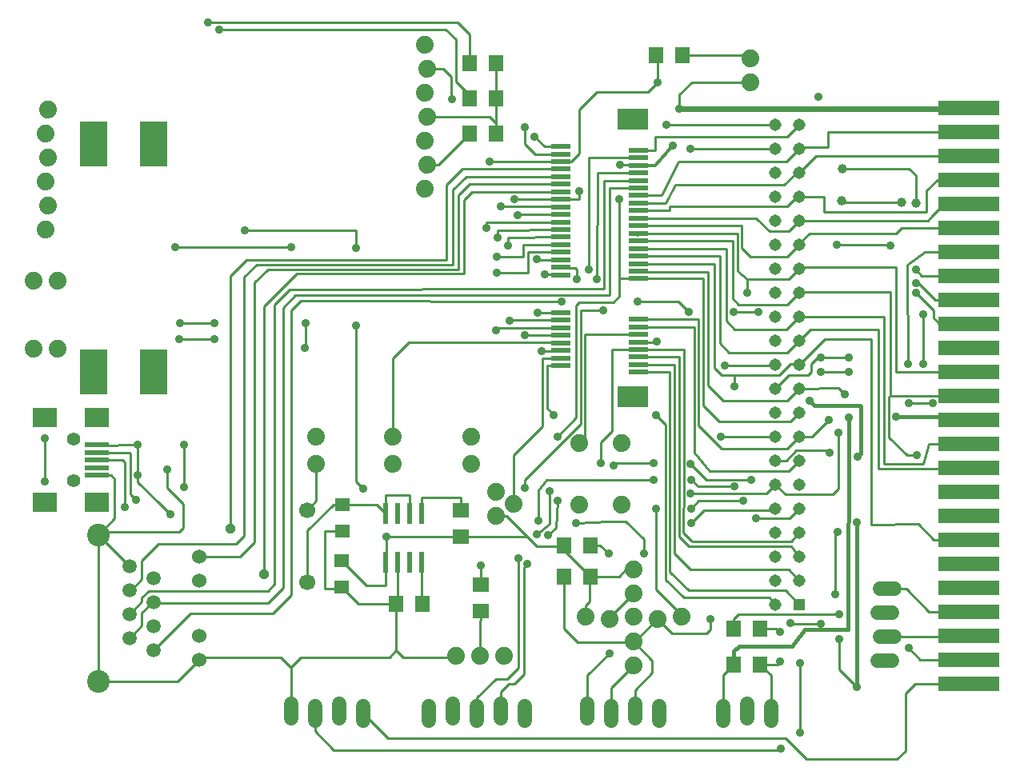
<source format=gtl>
G75*
G70*
%OFA0B0*%
%FSLAX24Y24*%
%IPPOS*%
%LPD*%
%AMOC8*
5,1,8,0,0,1.08239X$1,22.5*
%
%ADD10C,0.0740*%
%ADD11R,0.0630X0.0709*%
%ADD12C,0.0600*%
%ADD13R,0.0984X0.0197*%
%ADD14R,0.0984X0.0787*%
%ADD15C,0.0554*%
%ADD16R,0.1260X0.0906*%
%ADD17R,0.0787X0.0236*%
%ADD18R,0.1181X0.1890*%
%ADD19R,0.2550X0.0600*%
%ADD20C,0.0945*%
%ADD21C,0.0591*%
%ADD22C,0.0600*%
%ADD23R,0.0236X0.0866*%
%ADD24R,0.0630X0.0551*%
%ADD25R,0.0709X0.0630*%
%ADD26C,0.0669*%
%ADD27R,0.0515X0.0515*%
%ADD28C,0.0515*%
%ADD29C,0.0100*%
%ADD30C,0.0357*%
%ADD31C,0.0160*%
%ADD32C,0.0120*%
%ADD33C,0.0240*%
%ADD34C,0.0396*%
%ADD35OC8,0.0396*%
D10*
X014641Y012955D03*
X014641Y014095D03*
X017844Y014095D03*
X017844Y012955D03*
X021111Y012955D03*
X021111Y014095D03*
X022118Y011778D03*
X022868Y011278D03*
X022118Y010778D03*
X025594Y011245D03*
X027374Y011245D03*
X027374Y013805D03*
X025594Y013805D03*
X027863Y008542D03*
X027863Y007542D03*
X027863Y006592D03*
X028863Y006492D03*
X029863Y006592D03*
X027863Y005542D03*
X027863Y004542D03*
X026863Y006492D03*
X025863Y006592D03*
X022484Y004946D03*
X021484Y004946D03*
X020484Y004946D03*
X003854Y017764D03*
X002854Y017764D03*
X002854Y020592D03*
X003854Y020592D03*
X003354Y022704D03*
X003454Y023704D03*
X003354Y024704D03*
X003454Y025704D03*
X003354Y026704D03*
X003454Y027704D03*
X019162Y028410D03*
X019262Y027410D03*
X019162Y026410D03*
X019262Y025410D03*
X019162Y024410D03*
X019262Y029410D03*
X019162Y030410D03*
X032723Y029860D03*
X032723Y028860D03*
D11*
X029912Y029978D03*
X028810Y029978D03*
X022140Y029652D03*
X021038Y029652D03*
X021038Y028192D03*
X022140Y028192D03*
X022145Y026730D03*
X021042Y026730D03*
X024956Y009565D03*
X026058Y009565D03*
X026058Y008257D03*
X024956Y008257D03*
X019083Y007103D03*
X017980Y007103D03*
X032048Y006099D03*
X033151Y006099D03*
X033150Y004598D03*
X032047Y004598D03*
D12*
X032594Y002956D02*
X032594Y002356D01*
X031594Y002256D02*
X031594Y002856D01*
X033594Y002856D02*
X033594Y002256D01*
X028939Y002256D02*
X028939Y002856D01*
X027939Y002956D02*
X027939Y002356D01*
X026939Y002256D02*
X026939Y002856D01*
X025939Y002956D02*
X025939Y002356D01*
X023344Y002256D02*
X023344Y002856D01*
X022344Y002956D02*
X022344Y002356D01*
X021344Y002256D02*
X021344Y002856D01*
X020344Y002956D02*
X020344Y002356D01*
X019344Y002256D02*
X019344Y002856D01*
X016594Y002856D02*
X016594Y002256D01*
X015594Y002356D02*
X015594Y002956D01*
X014594Y002856D02*
X014594Y002256D01*
X013594Y002356D02*
X013594Y002956D01*
X038024Y004756D02*
X038624Y004756D01*
X038724Y005756D02*
X038124Y005756D01*
X038024Y006756D02*
X038624Y006756D01*
X038724Y007756D02*
X038124Y007756D01*
D13*
X005515Y012477D03*
X005515Y012792D03*
X005515Y013107D03*
X005515Y013422D03*
X005515Y013737D03*
D14*
X005515Y014879D03*
X003350Y014879D03*
X003350Y011336D03*
X005515Y011336D03*
D15*
X004531Y012241D03*
X004531Y013974D03*
D16*
X027840Y015748D03*
X027840Y027303D03*
D17*
X028076Y026024D03*
X028076Y025709D03*
X028076Y025394D03*
X028076Y025079D03*
X028076Y024764D03*
X028076Y024449D03*
X028076Y024134D03*
X028076Y023819D03*
X028076Y023504D03*
X028076Y023189D03*
X028076Y022874D03*
X028076Y022559D03*
X028076Y022244D03*
X028076Y021929D03*
X028076Y021614D03*
X028076Y021299D03*
X028076Y020984D03*
X028076Y020669D03*
X028076Y018976D03*
X028076Y018661D03*
X028076Y018346D03*
X028076Y018031D03*
X028076Y017716D03*
X028076Y017401D03*
X028076Y017087D03*
X028076Y016772D03*
X024848Y017047D03*
X024848Y017362D03*
X024848Y017677D03*
X024848Y017992D03*
X024848Y018307D03*
X024848Y018622D03*
X024848Y018937D03*
X024848Y019252D03*
X024848Y020827D03*
X024848Y021142D03*
X024848Y021457D03*
X024848Y021772D03*
X024848Y022087D03*
X024848Y022401D03*
X024848Y022716D03*
X024848Y023031D03*
X024848Y023346D03*
X024848Y023661D03*
X024848Y023976D03*
X024848Y024291D03*
X024848Y024606D03*
X024848Y024921D03*
X024848Y025236D03*
X024848Y025551D03*
X024848Y025866D03*
X024848Y026181D03*
D18*
X007859Y026299D03*
X005379Y026299D03*
X005379Y016772D03*
X007859Y016772D03*
D19*
X041844Y016796D03*
X041844Y015796D03*
X041844Y014796D03*
X041844Y013796D03*
X041844Y012796D03*
X041844Y011796D03*
X041844Y010796D03*
X041844Y009796D03*
X041844Y008796D03*
X041844Y007796D03*
X041844Y006796D03*
X041844Y005796D03*
X041844Y004796D03*
X041844Y003796D03*
X041844Y017796D03*
X041844Y018796D03*
X041844Y019796D03*
X041844Y020796D03*
X041844Y021796D03*
X041844Y022796D03*
X041844Y023796D03*
X041844Y024796D03*
X041844Y025796D03*
X041844Y026796D03*
X041844Y027796D03*
D20*
X005564Y003896D03*
X005564Y009996D03*
D21*
X006864Y008696D03*
X007864Y008196D03*
X006864Y007696D03*
X007864Y007196D03*
X006864Y006696D03*
X007864Y006196D03*
X006864Y005696D03*
X007864Y005196D03*
D22*
X009764Y004796D03*
X009764Y005796D03*
X009764Y008096D03*
X009764Y009096D03*
D23*
X017542Y008835D03*
X018042Y008835D03*
X018542Y008835D03*
X019042Y008835D03*
X019042Y010882D03*
X018542Y010882D03*
X018042Y010882D03*
X017542Y010882D03*
D24*
X015739Y011260D03*
X015739Y010158D03*
X015685Y008929D03*
X015685Y007826D03*
D25*
X020652Y009925D03*
X020652Y011028D03*
X021486Y007913D03*
X021486Y006811D03*
D26*
X014266Y008027D03*
X014266Y011027D03*
D27*
X034784Y007096D03*
D28*
X033784Y007096D03*
X033784Y008096D03*
X034784Y008096D03*
X034784Y009096D03*
X033784Y009096D03*
X033784Y010096D03*
X034784Y010096D03*
X034784Y011096D03*
X033784Y011096D03*
X033784Y012096D03*
X034784Y012096D03*
X034784Y013096D03*
X033784Y013096D03*
X033784Y014096D03*
X034784Y014096D03*
X034784Y015096D03*
X033784Y015096D03*
X033784Y016096D03*
X034784Y016096D03*
X034784Y017096D03*
X033784Y017096D03*
X033784Y018096D03*
X034784Y018096D03*
X034784Y019096D03*
X033784Y019096D03*
X033784Y020096D03*
X034784Y020096D03*
X034784Y021096D03*
X033784Y021096D03*
X033784Y022096D03*
X034784Y022096D03*
X034784Y023096D03*
X033784Y023096D03*
X033784Y024096D03*
X034784Y024096D03*
X034784Y025096D03*
X033784Y025096D03*
X033784Y026096D03*
X034784Y026096D03*
X034784Y027096D03*
X033784Y027096D03*
D29*
X029244Y027096D01*
X028784Y026576D02*
X034264Y026576D01*
X034784Y027096D01*
X034831Y026143D02*
X034784Y026096D01*
X034241Y025553D01*
X034241Y025536D01*
X029724Y025536D01*
X029024Y024134D01*
X028076Y024134D01*
X028076Y024449D02*
X026884Y024449D01*
X026884Y019996D01*
X013774Y019996D01*
X013774Y019976D01*
X013254Y019456D01*
X013254Y007796D01*
X012624Y007166D01*
X007894Y007166D01*
X007864Y007196D01*
X007824Y007196D01*
X007374Y006746D01*
X007374Y006206D01*
X006864Y005696D01*
X007864Y005196D02*
X009394Y006726D01*
X012847Y006726D01*
X013588Y007467D01*
X013588Y008296D01*
X013590Y008299D01*
X013590Y019338D01*
X014006Y019754D01*
X024866Y019700D01*
X024848Y019252D02*
X023864Y019252D01*
X023864Y019236D01*
X024848Y018937D02*
X022715Y018937D01*
X022704Y018926D01*
X022247Y018622D02*
X022142Y018518D01*
X022247Y018622D02*
X024848Y018622D01*
X024848Y018307D02*
X023341Y018307D01*
X023324Y018324D01*
X024024Y017666D02*
X024837Y017666D01*
X024848Y017677D01*
X024848Y017362D02*
X024064Y017362D01*
X024064Y014516D01*
X022868Y013320D01*
X022868Y011278D01*
X022583Y010778D02*
X022118Y010778D01*
X022583Y010778D02*
X023435Y009925D01*
X020864Y009925D01*
X020864Y009926D01*
X017561Y009926D01*
X017565Y009929D02*
X017565Y008858D01*
X017542Y008835D01*
X017542Y007898D01*
X017551Y007889D01*
X016725Y007889D01*
X015685Y008929D01*
X015685Y007826D02*
X015613Y007754D01*
X015012Y007754D01*
X014999Y007767D01*
X014999Y010159D01*
X015000Y010158D01*
X015739Y010158D01*
X015776Y010121D01*
X015358Y011260D02*
X014283Y010186D01*
X014283Y008043D01*
X014266Y008027D01*
X012904Y007936D02*
X012624Y007656D01*
X007654Y007656D01*
X007374Y007376D01*
X007374Y007206D01*
X006864Y006696D01*
X006864Y007696D02*
X006924Y007696D01*
X007374Y008146D01*
X007374Y008916D01*
X008074Y009616D01*
X011294Y009616D01*
X011644Y009966D01*
X011644Y020746D01*
X012164Y021266D01*
X020349Y021266D01*
X020349Y024376D01*
X020894Y024921D01*
X024848Y024921D01*
X024848Y024606D02*
X021029Y024606D01*
X020579Y024156D01*
X020579Y021066D01*
X012624Y021066D01*
X012064Y020506D01*
X012064Y009686D01*
X011474Y009096D01*
X009764Y009096D01*
X008951Y010110D02*
X005678Y010110D01*
X005564Y009996D01*
X006250Y010682D01*
X006250Y012322D01*
X006095Y012477D01*
X005515Y012477D01*
X005515Y013107D02*
X006574Y013107D01*
X006668Y013013D01*
X006668Y011160D01*
X006658Y011150D01*
X007146Y011454D02*
X006906Y011694D01*
X006906Y013394D01*
X006860Y013420D01*
X005515Y013422D01*
X005520Y013732D02*
X007211Y013750D01*
X007211Y012479D01*
X007211Y012198D01*
X008133Y011275D01*
X008552Y010850D01*
X009111Y011282D02*
X009111Y010269D01*
X008951Y010110D01*
X009111Y011282D02*
X008436Y011957D01*
X008436Y012731D01*
X009148Y011987D02*
X009148Y013756D01*
X005520Y013732D02*
X005515Y013737D01*
X003335Y014029D02*
X003335Y012219D01*
X005564Y009996D02*
X006864Y008696D01*
X005564Y009996D02*
X005564Y003896D01*
X008864Y003896D01*
X009764Y004796D01*
X009848Y004880D01*
X013176Y004880D01*
X013571Y004484D01*
X013594Y004484D01*
X013594Y002656D01*
X013594Y002656D01*
X014594Y002556D02*
X014594Y001801D01*
X015366Y001030D01*
X033964Y001030D01*
X034012Y001078D01*
X034210Y001513D02*
X035082Y000640D01*
X038850Y000640D01*
X039200Y000991D01*
X039200Y003385D01*
X039611Y003796D01*
X041844Y003796D01*
X041844Y004796D02*
X039802Y004796D01*
X039325Y005273D01*
X038424Y005756D02*
X041804Y005756D01*
X041844Y005796D01*
X041844Y006796D02*
X040184Y006796D01*
X039224Y007756D01*
X038424Y007756D01*
X036276Y007507D02*
X036276Y010027D01*
X036380Y010132D01*
X037764Y010416D02*
X039744Y010436D01*
X040384Y009796D01*
X041844Y009796D01*
X041844Y012756D02*
X038064Y012756D01*
X038064Y018536D01*
X035224Y018536D01*
X034784Y018096D01*
X034284Y017596D01*
X031844Y017596D01*
X031464Y017976D01*
X031464Y021614D01*
X028076Y021614D01*
X028089Y021916D02*
X031724Y021916D01*
X031724Y018916D01*
X032084Y018556D01*
X034244Y018556D01*
X034784Y019096D01*
X034784Y019091D01*
X038304Y019091D01*
X038299Y012950D01*
X039951Y012944D01*
X040176Y013797D01*
X041844Y013796D01*
X041844Y012796D02*
X041844Y012756D01*
X039657Y013316D02*
X039261Y013316D01*
X038516Y014060D01*
X038516Y015748D01*
X038564Y015796D01*
X041844Y015796D01*
X041844Y016796D02*
X038804Y016796D01*
X038804Y021146D01*
X034784Y021146D01*
X034784Y021096D01*
X034324Y020636D01*
X032612Y020636D01*
X032611Y020076D01*
X032244Y019596D02*
X034284Y019596D01*
X034784Y020096D01*
X034784Y020118D01*
X038564Y020118D01*
X038564Y015796D01*
X039344Y015496D02*
X040324Y015496D01*
X039924Y017116D02*
X039924Y019196D01*
X040364Y019336D02*
X040364Y019036D01*
X040604Y018796D01*
X041844Y018796D01*
X041844Y019796D02*
X040424Y019796D01*
X039724Y020496D01*
X039624Y020496D01*
X039864Y020796D02*
X039624Y021036D01*
X039864Y020796D02*
X041844Y020796D01*
X041844Y021796D02*
X040004Y021796D01*
X039284Y021256D01*
X039304Y017116D01*
X037764Y018156D02*
X035844Y018156D01*
X034784Y017096D01*
X034764Y017116D01*
X034404Y017116D01*
X033924Y016636D01*
X032060Y016636D01*
X032060Y016197D01*
X031604Y015596D02*
X034284Y015596D01*
X034784Y016096D01*
X036397Y016112D01*
X036680Y015840D01*
X036824Y016796D02*
X035664Y016796D01*
X035284Y016796D02*
X035284Y017116D01*
X035544Y017376D01*
X035664Y017376D01*
X036824Y017376D01*
X037764Y018156D02*
X037764Y010416D01*
X036404Y011916D02*
X036164Y011676D01*
X034204Y011676D01*
X033784Y012096D01*
X033400Y011712D01*
X031395Y011712D01*
X031220Y011711D01*
X030250Y011711D01*
X030562Y012004D02*
X030259Y012276D01*
X029953Y012195D02*
X029947Y010075D01*
X030281Y009742D01*
X030318Y009705D01*
X034420Y009705D01*
X034784Y010069D01*
X034784Y010096D01*
X034444Y009516D02*
X034784Y009096D01*
X034444Y009516D02*
X030164Y009516D01*
X029774Y009906D01*
X029774Y017401D01*
X028076Y017401D01*
X028076Y017087D02*
X029574Y017087D01*
X029574Y009226D01*
X030244Y008556D01*
X034324Y008556D01*
X034784Y008096D01*
X034204Y007676D02*
X034784Y007096D01*
X034204Y007676D02*
X030164Y007676D01*
X029374Y008466D01*
X029374Y016772D01*
X028076Y016772D01*
X028076Y017716D02*
X026977Y017716D01*
X026977Y014319D01*
X026506Y013847D01*
X026506Y012969D01*
X027029Y012868D02*
X027135Y012974D01*
X028706Y012974D01*
X028712Y012286D02*
X025081Y012286D01*
X025076Y012280D01*
X024246Y012280D01*
X023902Y011866D01*
X023903Y010593D01*
X024358Y010443D02*
X023846Y010015D01*
X023435Y009925D02*
X023844Y009516D01*
X024907Y009516D01*
X024956Y009565D01*
X024956Y009359D01*
X026058Y008257D01*
X026030Y008229D01*
X026030Y007202D01*
X025863Y007035D01*
X025863Y006592D01*
X026863Y006542D02*
X027863Y007542D01*
X027262Y008256D02*
X027548Y008542D01*
X027863Y008542D01*
X027262Y008256D02*
X026059Y008256D01*
X026058Y008257D01*
X024956Y008257D02*
X024956Y006085D01*
X025524Y005516D01*
X027837Y005516D01*
X027863Y005542D01*
X028644Y004760D01*
X028644Y004236D01*
X027939Y003531D01*
X027939Y002656D01*
X026939Y002556D02*
X026939Y003618D01*
X027863Y004542D01*
X027863Y005542D02*
X027913Y005542D01*
X028863Y006492D01*
X029480Y005875D01*
X030902Y005875D01*
X031082Y006056D01*
X031082Y006478D01*
X032048Y006478D02*
X032048Y006099D01*
X032048Y006478D02*
X032248Y006677D01*
X036430Y006677D01*
X036447Y006660D01*
X035666Y006297D02*
X034412Y006297D01*
X034400Y006309D01*
X033964Y005936D02*
X033800Y006099D01*
X033151Y006099D01*
X033784Y007096D02*
X033784Y007104D01*
X033521Y007367D01*
X029958Y007367D01*
X029197Y008127D01*
X029197Y014572D01*
X028789Y014980D01*
X030554Y014566D02*
X030554Y018976D01*
X028076Y018976D01*
X028076Y018661D02*
X030385Y018661D01*
X030385Y013418D01*
X031044Y012636D01*
X034324Y012636D01*
X034784Y013096D01*
X034644Y013516D02*
X034224Y013096D01*
X033784Y013096D01*
X034644Y013516D02*
X035924Y013516D01*
X036024Y013416D01*
X035304Y014096D02*
X034784Y014096D01*
X034284Y013596D01*
X031524Y013596D01*
X030554Y014566D01*
X030774Y015386D02*
X030774Y020669D01*
X028076Y020669D01*
X027284Y020669D01*
X027284Y019937D01*
X027043Y019695D01*
X025599Y019695D01*
X025458Y019545D01*
X025458Y014872D01*
X024685Y014099D01*
X024900Y013836D02*
X023340Y012275D01*
X023340Y011961D01*
X024358Y011801D02*
X024358Y010443D01*
X024631Y010291D02*
X024687Y011415D01*
X024631Y010291D02*
X024317Y009982D01*
X025457Y010468D02*
X026833Y010561D01*
X027551Y010561D01*
X028300Y009812D01*
X028300Y009229D01*
X026831Y009205D02*
X026471Y009565D01*
X026058Y009565D01*
X023443Y008772D02*
X023305Y008635D01*
X023305Y004186D01*
X022916Y003797D01*
X022681Y003797D01*
X022344Y003460D01*
X022344Y002656D01*
X021344Y002556D02*
X021344Y003204D01*
X022129Y003989D01*
X022599Y003989D01*
X023062Y004452D01*
X023062Y008617D01*
X023065Y008620D01*
X023065Y009030D01*
X021509Y008713D02*
X021509Y007936D01*
X021486Y007913D01*
X021486Y006811D02*
X021484Y006061D01*
X021484Y004946D01*
X020484Y004946D02*
X020421Y004883D01*
X018265Y004883D01*
X017980Y005168D01*
X017702Y004890D01*
X014000Y004890D01*
X013594Y004484D01*
X016594Y002556D02*
X017638Y001513D01*
X034210Y001513D01*
X034788Y001742D02*
X034788Y004651D01*
X034787Y004652D01*
X033973Y004707D02*
X033863Y004598D01*
X033150Y004598D01*
X033594Y004153D01*
X033594Y002556D01*
X031594Y002556D02*
X031594Y004145D01*
X032047Y004598D01*
X029863Y006592D02*
X029863Y006638D01*
X028788Y007713D01*
X028788Y011090D01*
X030255Y011082D02*
X030580Y011407D01*
X032448Y011407D01*
X032060Y012006D02*
X030562Y012004D01*
X030905Y012298D02*
X032765Y012298D01*
X033784Y011096D02*
X033706Y011018D01*
X030798Y011018D01*
X030258Y010477D01*
X029953Y012195D02*
X029953Y017720D01*
X028076Y017716D01*
X028076Y018031D02*
X028824Y018031D01*
X028837Y018033D01*
X028076Y018346D02*
X025827Y018346D01*
X025828Y015138D01*
X025828Y014038D01*
X025594Y013805D01*
X024900Y013836D02*
X025667Y014605D01*
X025667Y019365D01*
X026586Y019365D01*
X026644Y020236D02*
X024484Y020236D01*
X013534Y020206D01*
X012904Y019576D01*
X012904Y007936D01*
X012484Y008356D02*
X012484Y019526D01*
X013844Y020886D01*
X020789Y020886D01*
X020789Y023936D01*
X021144Y024291D01*
X024848Y024291D01*
X024848Y023976D02*
X022908Y023978D01*
X023072Y023346D02*
X024848Y023346D01*
X024817Y023316D01*
X024848Y023031D02*
X021734Y023031D01*
X021734Y022796D01*
X022185Y022698D02*
X022185Y022368D01*
X022185Y022698D02*
X024848Y022716D01*
X024848Y022401D02*
X022645Y022383D01*
X022640Y022058D01*
X023272Y022086D02*
X023272Y021577D01*
X022160Y021577D01*
X022160Y020907D02*
X023460Y020907D01*
X023460Y021772D01*
X024848Y021772D01*
X024843Y021776D01*
X024847Y022086D02*
X023272Y022086D01*
X023831Y021468D02*
X023824Y021457D01*
X024848Y021457D01*
X024848Y021142D02*
X024864Y021126D01*
X025443Y021126D01*
X025514Y021055D01*
X025514Y020633D01*
X026002Y021058D02*
X026004Y025709D01*
X028076Y025709D01*
X028067Y025403D02*
X028076Y025394D01*
X028076Y025356D01*
X028076Y025366D02*
X028076Y025394D01*
X028067Y025403D02*
X027286Y025403D01*
X028076Y025079D02*
X026368Y025079D01*
X026325Y020660D01*
X026644Y020236D02*
X026644Y024764D01*
X028076Y024764D01*
X027284Y023996D02*
X027284Y020669D01*
X028076Y020984D02*
X028104Y020956D01*
X030984Y020956D01*
X030984Y016216D01*
X031604Y015596D01*
X030774Y015386D02*
X031444Y014716D01*
X034404Y014716D01*
X034784Y015096D01*
X035304Y014096D02*
X036004Y014796D01*
X036404Y014236D02*
X036404Y011916D01*
X034784Y011096D02*
X034369Y010681D01*
X032966Y010681D01*
X030905Y012298D02*
X030244Y012944D01*
X031504Y014096D02*
X033784Y014096D01*
X033784Y016096D02*
X034324Y016636D01*
X035124Y016636D01*
X035284Y016796D01*
X033784Y017096D02*
X033724Y017036D01*
X031684Y017036D01*
X031524Y016636D02*
X032060Y016636D01*
X031524Y016636D02*
X031224Y016936D01*
X031224Y021299D01*
X028076Y021299D01*
X028089Y021916D02*
X028076Y021929D01*
X028076Y022244D02*
X032004Y022244D01*
X032004Y019836D01*
X032244Y019596D01*
X032020Y019282D02*
X033073Y019278D01*
X033079Y019272D01*
X032612Y020636D02*
X032204Y020996D01*
X032204Y022559D01*
X028076Y022559D01*
X028013Y022496D01*
X028076Y022874D02*
X032384Y022874D01*
X032384Y021936D01*
X032724Y021596D01*
X034284Y021596D01*
X034784Y022096D01*
X034784Y022136D01*
X035204Y022556D01*
X038804Y022556D01*
X039044Y022796D01*
X041844Y022796D01*
X041844Y023776D02*
X040804Y023776D01*
X040304Y023276D01*
X040124Y023096D01*
X034784Y023096D01*
X034324Y022636D01*
X033524Y022636D01*
X032964Y023196D01*
X028076Y023196D01*
X028076Y023189D01*
X028076Y023504D02*
X029384Y023504D01*
X029384Y023676D01*
X034256Y023676D01*
X034676Y024096D01*
X034784Y024096D01*
X035776Y024096D01*
X035804Y024068D01*
X035804Y023456D01*
X040084Y023456D01*
X040084Y024336D01*
X040544Y024796D01*
X041844Y024796D01*
X041844Y025696D02*
X041844Y025796D01*
X035484Y025796D01*
X034784Y025096D01*
X034664Y025096D01*
X034144Y024576D01*
X029604Y024576D01*
X029204Y023819D01*
X028076Y023819D01*
X025604Y023976D02*
X025604Y024316D01*
X025604Y023976D02*
X024848Y023976D01*
X024863Y023676D02*
X022328Y023676D01*
X023049Y023323D02*
X023072Y023346D01*
X024848Y023661D02*
X024863Y023676D01*
X024848Y025236D02*
X020719Y025236D01*
X020069Y024586D01*
X020069Y021446D01*
X011744Y021446D01*
X011084Y020786D01*
X011084Y010246D01*
X014266Y011027D02*
X014641Y011401D01*
X014641Y012955D01*
X016300Y012206D02*
X016589Y011918D01*
X016300Y012206D02*
X016300Y018706D01*
X016296Y018706D01*
X017844Y017348D02*
X018499Y018003D01*
X024837Y018003D01*
X024848Y017992D01*
X024848Y017047D02*
X024284Y017047D01*
X024284Y015298D01*
X024524Y014980D01*
X020652Y011564D02*
X019037Y011564D01*
X019037Y010882D01*
X019042Y010882D01*
X018542Y010882D02*
X018542Y011645D01*
X017542Y011645D01*
X017542Y010882D01*
X017164Y011260D01*
X015944Y011260D01*
X015739Y011260D01*
X015358Y011260D01*
X018042Y008835D02*
X018042Y007165D01*
X017980Y007103D01*
X017980Y005168D01*
X017980Y007103D02*
X016408Y007103D01*
X015685Y007826D01*
X019042Y007144D02*
X019083Y007103D01*
X019042Y007144D02*
X019042Y008835D01*
X020652Y009925D02*
X020864Y009925D01*
X020652Y011028D02*
X020652Y011564D01*
X017844Y014095D02*
X017844Y017348D01*
X014211Y017843D02*
X014189Y017866D01*
X014189Y018807D01*
X014211Y017843D02*
X014173Y017767D01*
X013774Y019976D02*
X013774Y019986D01*
X013612Y021984D02*
X008771Y021984D01*
X011659Y022698D02*
X016309Y022698D01*
X016309Y021940D01*
X019262Y025410D02*
X019723Y025410D01*
X021042Y026730D01*
X021882Y027402D02*
X019270Y027402D01*
X019262Y027410D01*
X020255Y028195D02*
X020305Y028145D01*
X020255Y028195D02*
X020255Y029097D01*
X019941Y029410D01*
X019262Y029410D01*
X020455Y028896D02*
X020455Y030633D01*
X020038Y031059D01*
X010590Y031050D01*
X010140Y031351D02*
X020538Y031351D01*
X021038Y030851D01*
X021038Y029652D01*
X020455Y028896D02*
X021038Y028313D01*
X021038Y028192D01*
X021038Y028361D01*
X022140Y028192D02*
X022140Y028192D01*
X022140Y029652D01*
X022140Y028192D02*
X022140Y026734D01*
X022145Y026730D01*
X022145Y027139D01*
X021882Y027402D01*
X023344Y026996D02*
X023344Y026296D01*
X023775Y025866D01*
X024848Y025866D01*
X024848Y025551D02*
X025282Y025551D01*
X025597Y025867D01*
X025597Y027732D01*
X026321Y028455D01*
X028481Y028455D01*
X028874Y028848D01*
X028874Y029914D01*
X028810Y029978D01*
X029912Y029978D02*
X032604Y029978D01*
X032723Y029860D01*
X032723Y028860D02*
X032715Y028852D01*
X030294Y028852D01*
X029784Y028343D01*
X029784Y027756D01*
X028784Y026576D02*
X028784Y026024D01*
X028076Y026024D01*
X030244Y026096D02*
X033784Y026096D01*
X034831Y026143D02*
X035984Y026143D01*
X035984Y026796D01*
X041844Y026796D01*
X041844Y025796D02*
X042044Y025796D01*
X042044Y025696D01*
X041844Y025696D01*
X039624Y024976D02*
X039624Y023816D01*
X039024Y023836D02*
X036624Y023836D01*
X036544Y023916D01*
X036584Y025256D02*
X039344Y025256D01*
X039624Y024976D01*
X040300Y023281D02*
X040304Y023276D01*
X041844Y023776D02*
X041844Y023796D01*
X038564Y022056D02*
X038544Y022076D01*
X036324Y022076D01*
X039624Y020076D02*
X040364Y019336D01*
X030171Y019281D02*
X029749Y019703D01*
X028045Y019703D01*
X024848Y020827D02*
X024848Y020834D01*
X024178Y020834D01*
X024191Y020827D02*
X024191Y020828D01*
X024847Y022086D02*
X024848Y022087D01*
X024833Y025536D02*
X021854Y025536D01*
X023744Y026596D02*
X024160Y026181D01*
X024848Y026181D01*
X024848Y025551D02*
X024833Y025536D01*
X010415Y018803D02*
X008967Y018816D01*
X008946Y018135D02*
X010386Y018135D01*
X010405Y018155D01*
X026863Y006542D02*
X026863Y006492D01*
X026857Y005065D02*
X025939Y004148D01*
X025939Y002656D01*
X036447Y004383D02*
X036447Y005635D01*
X036440Y005643D01*
X036447Y004383D02*
X037164Y003665D01*
X037164Y003654D01*
D30*
X037174Y003644D03*
X034787Y004652D03*
X033973Y004707D03*
X033964Y005936D03*
X034400Y006309D03*
X035666Y006297D03*
X036430Y006677D03*
X036276Y007507D03*
X036440Y005643D03*
X039325Y005273D03*
X034788Y001742D03*
X034012Y001078D03*
X031082Y006478D03*
X028300Y009229D03*
X026831Y009205D03*
X025457Y010468D03*
X024317Y009982D03*
X023846Y010015D03*
X023903Y010593D03*
X024687Y011415D03*
X024358Y011801D03*
X023340Y011961D03*
X024685Y014099D03*
X024524Y014980D03*
X026506Y012969D03*
X027029Y012868D03*
X028706Y012974D03*
X028712Y012286D03*
X028788Y011090D03*
X030255Y011082D03*
X030258Y010477D03*
X030250Y011711D03*
X030259Y012276D03*
X030244Y012944D03*
X031504Y014096D03*
X032765Y012298D03*
X032060Y012006D03*
X032448Y011407D03*
X032966Y010681D03*
X036380Y010132D03*
X037164Y010516D03*
X037192Y013256D03*
X036024Y013416D03*
X036404Y014236D03*
X036004Y014796D03*
X036844Y014896D03*
X036680Y015840D03*
X036824Y016796D03*
X036824Y017376D03*
X035664Y017376D03*
X035664Y016796D03*
X035191Y015571D03*
X032060Y016197D03*
X031684Y017036D03*
X028837Y018033D03*
X030171Y019281D03*
X032020Y019282D03*
X032611Y020076D03*
X033079Y019272D03*
X036324Y022076D03*
X038564Y022056D03*
X039624Y021036D03*
X039624Y020496D03*
X039624Y020076D03*
X039924Y019196D03*
X039924Y017116D03*
X039304Y017116D03*
X039344Y015496D03*
X038804Y014916D03*
X040324Y015496D03*
X039657Y013316D03*
X028789Y014980D03*
X024024Y017666D03*
X023324Y018324D03*
X022704Y018926D03*
X022142Y018518D03*
X023864Y019236D03*
X024866Y019700D03*
X025514Y020633D03*
X026002Y021058D03*
X026325Y020660D03*
X026586Y019365D03*
X028045Y019703D03*
X024178Y020834D03*
X023831Y021468D03*
X022640Y022058D03*
X022185Y022368D03*
X021734Y022796D03*
X022328Y023676D03*
X022908Y023978D03*
X023049Y023323D03*
X022160Y021577D03*
X022160Y020907D03*
X025604Y024316D03*
X027284Y023996D03*
X027286Y025403D03*
X029504Y026216D03*
X030244Y026096D03*
X029244Y027096D03*
X029784Y027756D03*
X028874Y028848D03*
X023744Y026596D03*
X023344Y026996D03*
X021854Y025536D03*
X020305Y028145D03*
X016309Y021940D03*
X013612Y021984D03*
X011659Y022698D03*
X008771Y021984D03*
X008967Y018816D03*
X008946Y018135D03*
X010405Y018155D03*
X010415Y018803D03*
X014189Y018807D03*
X014173Y017767D03*
X016296Y018706D03*
X009148Y013756D03*
X008436Y012731D03*
X009148Y011987D03*
X008552Y010850D03*
X007146Y011454D03*
X006658Y011150D03*
X007211Y012479D03*
X007211Y013750D03*
X003335Y014029D03*
X003335Y012219D03*
X016589Y011918D03*
X017561Y009926D03*
X021509Y008713D03*
X023065Y009030D03*
X023443Y008772D03*
X026857Y005065D03*
X035579Y028238D03*
X010590Y031050D03*
X010140Y031351D03*
D31*
X035191Y015571D02*
X035392Y015370D01*
X037289Y015370D01*
X037324Y015334D01*
X037324Y013389D01*
X037192Y013256D01*
X036844Y014896D02*
X036824Y014896D01*
X036816Y006040D01*
X035004Y006042D01*
X034469Y005340D01*
X032253Y005340D01*
X032047Y005134D01*
X032047Y004598D01*
X037164Y003654D02*
X037174Y003644D01*
X037164Y003654D02*
X037164Y010516D01*
X041844Y014796D02*
X041844Y014916D01*
X038804Y014916D01*
D32*
X028784Y025394D02*
X028076Y025394D01*
X028089Y025406D01*
X028784Y025394D02*
X029504Y026216D01*
D33*
X029784Y027756D02*
X041804Y027756D01*
X041844Y027796D01*
D34*
X036584Y025256D03*
X036544Y023916D03*
X039024Y023836D03*
X039624Y023816D03*
D35*
X012484Y008356D03*
X011084Y010246D03*
M02*

</source>
